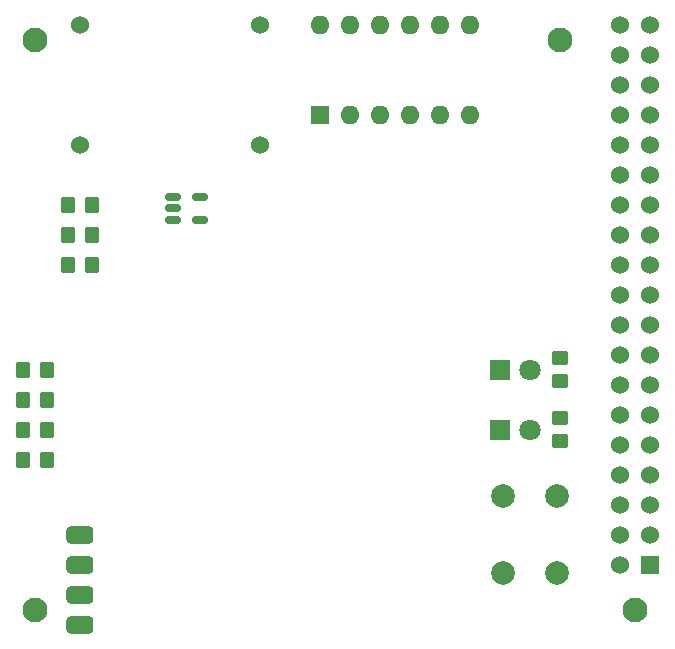
<source format=gbr>
%TF.GenerationSoftware,KiCad,Pcbnew,7.0.10*%
%TF.CreationDate,2024-05-08T17:26:41+09:00*%
%TF.ProjectId,yashica8,79617368-6963-4613-982e-6b696361645f,rev?*%
%TF.SameCoordinates,Original*%
%TF.FileFunction,Soldermask,Top*%
%TF.FilePolarity,Negative*%
%FSLAX46Y46*%
G04 Gerber Fmt 4.6, Leading zero omitted, Abs format (unit mm)*
G04 Created by KiCad (PCBNEW 7.0.10) date 2024-05-08 17:26:41*
%MOMM*%
%LPD*%
G01*
G04 APERTURE LIST*
G04 Aperture macros list*
%AMRoundRect*
0 Rectangle with rounded corners*
0 $1 Rounding radius*
0 $2 $3 $4 $5 $6 $7 $8 $9 X,Y pos of 4 corners*
0 Add a 4 corners polygon primitive as box body*
4,1,4,$2,$3,$4,$5,$6,$7,$8,$9,$2,$3,0*
0 Add four circle primitives for the rounded corners*
1,1,$1+$1,$2,$3*
1,1,$1+$1,$4,$5*
1,1,$1+$1,$6,$7*
1,1,$1+$1,$8,$9*
0 Add four rect primitives between the rounded corners*
20,1,$1+$1,$2,$3,$4,$5,0*
20,1,$1+$1,$4,$5,$6,$7,0*
20,1,$1+$1,$6,$7,$8,$9,0*
20,1,$1+$1,$8,$9,$2,$3,0*%
G04 Aperture macros list end*
%ADD10C,2.100000*%
%ADD11R,1.800000X1.800000*%
%ADD12C,1.800000*%
%ADD13C,2.000000*%
%ADD14RoundRect,0.250000X-0.350000X-0.450000X0.350000X-0.450000X0.350000X0.450000X-0.350000X0.450000X0*%
%ADD15RoundRect,0.150000X-0.512500X-0.150000X0.512500X-0.150000X0.512500X0.150000X-0.512500X0.150000X0*%
%ADD16R,1.524000X1.524000*%
%ADD17C,1.524000*%
%ADD18RoundRect,0.250000X-0.450000X0.350000X-0.450000X-0.350000X0.450000X-0.350000X0.450000X0.350000X0*%
%ADD19R,1.600000X1.600000*%
%ADD20O,1.600000X1.600000*%
%ADD21RoundRect,0.381000X-0.762000X-0.381000X0.762000X-0.381000X0.762000X0.381000X-0.762000X0.381000X0*%
%ADD22RoundRect,0.381000X0.762000X0.381000X-0.762000X0.381000X-0.762000X-0.381000X0.762000X-0.381000X0*%
G04 APERTURE END LIST*
D10*
%TO.C,REF\u002A\u002A*%
X28590000Y52530000D03*
%TD*%
D11*
%TO.C,D2*%
X23510000Y24590000D03*
D12*
X26050000Y24590000D03*
%TD*%
D13*
%TO.C,SW2*%
X23800000Y7370000D03*
X23800000Y13870000D03*
X28300000Y7370000D03*
X28300000Y13870000D03*
%TD*%
D14*
%TO.C,R5*%
X-16860000Y16970000D03*
X-14860000Y16970000D03*
%TD*%
%TO.C,R7*%
X-16860000Y22050000D03*
X-14860000Y22050000D03*
%TD*%
D15*
%TO.C,U1*%
X-4165000Y39190000D03*
X-4165000Y38240000D03*
X-4165000Y37290000D03*
X-1890000Y37290000D03*
X-1890000Y39190000D03*
%TD*%
D10*
%TO.C,REF\u002A\u002A*%
X-15860000Y52530000D03*
%TD*%
D16*
%TO.C,J1*%
X36210000Y8080000D03*
D17*
X33670000Y8080000D03*
X36210000Y10620000D03*
X33670000Y10620000D03*
X36210000Y13160000D03*
X33670000Y13160000D03*
X36210000Y15700000D03*
X33670000Y15700000D03*
X36210000Y18240000D03*
X33670000Y18240000D03*
X36210000Y20780000D03*
X33670000Y20780000D03*
X36210000Y23320000D03*
X33670000Y23320000D03*
X36210000Y25860000D03*
X33670000Y25860000D03*
X36210000Y28400000D03*
X33670000Y28400000D03*
X36210000Y30940000D03*
X33670000Y30940000D03*
X36210000Y33480000D03*
X33670000Y33480000D03*
X36210000Y36020000D03*
X33670000Y36020000D03*
X36210000Y38560000D03*
X33670000Y38560000D03*
X36210000Y41100000D03*
X33670000Y41100000D03*
X36210000Y43640000D03*
X33670000Y43640000D03*
X36210000Y46180000D03*
X33670000Y46180000D03*
X36210000Y48720000D03*
X33670000Y48720000D03*
X36210000Y51260000D03*
X33670000Y51260000D03*
X36210000Y53800000D03*
X33670000Y53800000D03*
%TD*%
D14*
%TO.C,R2*%
X-13050000Y33480000D03*
X-11050000Y33480000D03*
%TD*%
D17*
%TO.C,U2*%
X-12050000Y43640000D03*
X-12050000Y53800000D03*
X3190000Y43640000D03*
X3190000Y53800000D03*
%TD*%
D11*
%TO.C,D1*%
X23510000Y19510000D03*
D12*
X26050000Y19510000D03*
%TD*%
D14*
%TO.C,R1*%
X-16860000Y24590000D03*
X-14860000Y24590000D03*
%TD*%
D18*
%TO.C,R8*%
X28590000Y20510000D03*
X28590000Y18510000D03*
%TD*%
D19*
%TO.C,SW1*%
X8270000Y46180000D03*
D20*
X10810000Y46180000D03*
X13350000Y46180000D03*
X15890000Y46180000D03*
X18430000Y46180000D03*
X20970000Y46180000D03*
X20970000Y53800000D03*
X18430000Y53800000D03*
X15890000Y53800000D03*
X13350000Y53800000D03*
X10810000Y53800000D03*
X8270000Y53800000D03*
%TD*%
D14*
%TO.C,R4*%
X-16860000Y19510000D03*
X-14860000Y19510000D03*
%TD*%
%TO.C,R6*%
X-13050000Y38560000D03*
X-11050000Y38560000D03*
%TD*%
D21*
%TO.C,U3*%
X-12050000Y10620000D03*
X-12050000Y8080000D03*
D22*
X-12050000Y5540000D03*
D21*
X-12050000Y3000000D03*
%TD*%
D10*
%TO.C,REF\u002A\u002A*%
X-15860000Y4270000D03*
%TD*%
D14*
%TO.C,R3*%
X-13050000Y36020000D03*
X-11050000Y36020000D03*
%TD*%
D18*
%TO.C,R9*%
X28590000Y25590000D03*
X28590000Y23590000D03*
%TD*%
D10*
%TO.C,REF\u002A\u002A*%
X34940000Y4270000D03*
%TD*%
M02*

</source>
